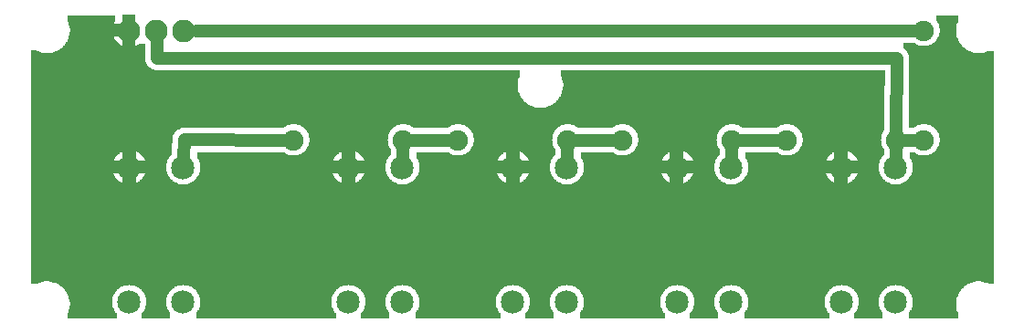
<source format=gbl>
G04 MADE WITH FRITZING*
G04 WWW.FRITZING.ORG*
G04 SINGLE SIDED*
G04 HOLES NOT PLATED*
G04 CONTOUR ON CENTER OF CONTOUR VECTOR*
%ASAXBY*%
%FSLAX23Y23*%
%MOIN*%
%OFA0B0*%
%SFA1.0B1.0*%
%ADD10C,0.075000*%
%ADD11C,0.085000*%
%ADD12C,0.083307*%
%ADD13C,0.048000*%
%LNCOPPER0*%
G90*
G70*
G54D10*
X248Y1094D03*
G54D11*
X2998Y102D03*
X3195Y102D03*
X3195Y594D03*
X2998Y594D03*
X2398Y102D03*
X2595Y102D03*
X2595Y594D03*
X2398Y594D03*
X1798Y102D03*
X1995Y102D03*
X1995Y594D03*
X1798Y594D03*
X1198Y102D03*
X1395Y102D03*
X1395Y594D03*
X1198Y594D03*
X398Y102D03*
X595Y102D03*
X595Y594D03*
X398Y594D03*
G54D10*
X1398Y694D03*
X998Y694D03*
X1998Y694D03*
X1598Y694D03*
X3298Y1094D03*
X3298Y694D03*
X2598Y694D03*
X2198Y694D03*
X3198Y694D03*
X2798Y694D03*
G54D12*
X598Y1094D03*
X498Y1094D03*
X398Y1094D03*
G54D13*
X642Y1094D02*
X3259Y1094D01*
D02*
X3227Y694D02*
X3270Y694D01*
D02*
X3198Y666D02*
X3196Y629D01*
D02*
X2627Y694D02*
X2770Y694D01*
D02*
X2598Y666D02*
X2596Y629D01*
D02*
X2027Y694D02*
X2170Y694D01*
D02*
X1998Y666D02*
X1996Y629D01*
D02*
X1427Y694D02*
X1570Y694D01*
D02*
X1398Y666D02*
X1396Y629D01*
D02*
X599Y695D02*
X597Y629D01*
D02*
X970Y694D02*
X599Y695D01*
D02*
X3199Y993D02*
X3198Y723D01*
D02*
X499Y1051D02*
X500Y993D01*
D02*
X500Y993D02*
X3199Y993D01*
G36*
X174Y1148D02*
X174Y1126D01*
X176Y1126D01*
X176Y1122D01*
X178Y1122D01*
X178Y1114D01*
X180Y1114D01*
X180Y1102D01*
X182Y1102D01*
X182Y1088D01*
X180Y1088D01*
X180Y1076D01*
X178Y1076D01*
X178Y1068D01*
X176Y1068D01*
X176Y1062D01*
X174Y1062D01*
X174Y1058D01*
X172Y1058D01*
X172Y1054D01*
X170Y1054D01*
X170Y1052D01*
X168Y1052D01*
X168Y1048D01*
X166Y1048D01*
X166Y1046D01*
X164Y1046D01*
X164Y1042D01*
X162Y1042D01*
X162Y1040D01*
X160Y1040D01*
X160Y1038D01*
X158Y1038D01*
X158Y1036D01*
X156Y1036D01*
X156Y1034D01*
X384Y1034D01*
X384Y1036D01*
X378Y1036D01*
X378Y1038D01*
X372Y1038D01*
X372Y1040D01*
X368Y1040D01*
X368Y1042D01*
X366Y1042D01*
X366Y1044D01*
X362Y1044D01*
X362Y1046D01*
X360Y1046D01*
X360Y1048D01*
X358Y1048D01*
X358Y1050D01*
X356Y1050D01*
X356Y1052D01*
X354Y1052D01*
X354Y1054D01*
X352Y1054D01*
X352Y1056D01*
X350Y1056D01*
X350Y1058D01*
X348Y1058D01*
X348Y1060D01*
X346Y1060D01*
X346Y1064D01*
X344Y1064D01*
X344Y1068D01*
X342Y1068D01*
X342Y1072D01*
X340Y1072D01*
X340Y1078D01*
X338Y1078D01*
X338Y1090D01*
X336Y1090D01*
X336Y1098D01*
X338Y1098D01*
X338Y1110D01*
X340Y1110D01*
X340Y1118D01*
X342Y1118D01*
X342Y1122D01*
X344Y1122D01*
X344Y1126D01*
X346Y1126D01*
X346Y1128D01*
X348Y1128D01*
X348Y1148D01*
X174Y1148D01*
G37*
D02*
G36*
X3344Y1148D02*
X3344Y1128D01*
X3346Y1128D01*
X3346Y1126D01*
X3348Y1126D01*
X3348Y1122D01*
X3350Y1122D01*
X3350Y1118D01*
X3352Y1118D01*
X3352Y1112D01*
X3354Y1112D01*
X3354Y1104D01*
X3356Y1104D01*
X3356Y1086D01*
X3354Y1086D01*
X3354Y1078D01*
X3352Y1078D01*
X3352Y1072D01*
X3350Y1072D01*
X3350Y1068D01*
X3348Y1068D01*
X3348Y1064D01*
X3346Y1064D01*
X3346Y1062D01*
X3344Y1062D01*
X3344Y1058D01*
X3342Y1058D01*
X3342Y1056D01*
X3340Y1056D01*
X3340Y1054D01*
X3338Y1054D01*
X3338Y1052D01*
X3336Y1052D01*
X3336Y1050D01*
X3332Y1050D01*
X3332Y1048D01*
X3330Y1048D01*
X3330Y1046D01*
X3326Y1046D01*
X3326Y1044D01*
X3324Y1044D01*
X3324Y1042D01*
X3318Y1042D01*
X3318Y1040D01*
X3312Y1040D01*
X3312Y1038D01*
X3438Y1038D01*
X3438Y1040D01*
X3436Y1040D01*
X3436Y1042D01*
X3434Y1042D01*
X3434Y1044D01*
X3432Y1044D01*
X3432Y1046D01*
X3430Y1046D01*
X3430Y1050D01*
X3428Y1050D01*
X3428Y1052D01*
X3426Y1052D01*
X3426Y1056D01*
X3424Y1056D01*
X3424Y1060D01*
X3422Y1060D01*
X3422Y1066D01*
X3420Y1066D01*
X3420Y1070D01*
X3418Y1070D01*
X3418Y1080D01*
X3416Y1080D01*
X3416Y1110D01*
X3418Y1110D01*
X3418Y1118D01*
X3420Y1118D01*
X3420Y1124D01*
X3422Y1124D01*
X3422Y1148D01*
X3344Y1148D01*
G37*
D02*
G36*
X3222Y1050D02*
X3222Y1038D01*
X3286Y1038D01*
X3286Y1040D01*
X3278Y1040D01*
X3278Y1042D01*
X3274Y1042D01*
X3274Y1044D01*
X3270Y1044D01*
X3270Y1046D01*
X3266Y1046D01*
X3266Y1048D01*
X3264Y1048D01*
X3264Y1050D01*
X3222Y1050D01*
G37*
D02*
G36*
X434Y1046D02*
X434Y1044D01*
X432Y1044D01*
X432Y1042D01*
X428Y1042D01*
X428Y1040D01*
X424Y1040D01*
X424Y1038D01*
X420Y1038D01*
X420Y1036D01*
X412Y1036D01*
X412Y1034D01*
X456Y1034D01*
X456Y1046D01*
X434Y1046D01*
G37*
D02*
G36*
X3222Y1038D02*
X3222Y1036D01*
X3438Y1036D01*
X3438Y1038D01*
X3222Y1038D01*
G37*
D02*
G36*
X3222Y1038D02*
X3222Y1036D01*
X3438Y1036D01*
X3438Y1038D01*
X3222Y1038D01*
G37*
D02*
G36*
X3222Y1036D02*
X3222Y1030D01*
X3226Y1030D01*
X3226Y1028D01*
X3228Y1028D01*
X3228Y1026D01*
X3230Y1026D01*
X3230Y1024D01*
X3232Y1024D01*
X3232Y1022D01*
X3234Y1022D01*
X3234Y1020D01*
X3236Y1020D01*
X3236Y1016D01*
X3238Y1016D01*
X3238Y1012D01*
X3486Y1012D01*
X3486Y1014D01*
X3476Y1014D01*
X3476Y1016D01*
X3470Y1016D01*
X3470Y1018D01*
X3464Y1018D01*
X3464Y1020D01*
X3460Y1020D01*
X3460Y1022D01*
X3456Y1022D01*
X3456Y1024D01*
X3454Y1024D01*
X3454Y1026D01*
X3450Y1026D01*
X3450Y1028D01*
X3448Y1028D01*
X3448Y1030D01*
X3446Y1030D01*
X3446Y1032D01*
X3444Y1032D01*
X3444Y1034D01*
X3440Y1034D01*
X3440Y1036D01*
X3222Y1036D01*
G37*
D02*
G36*
X154Y1034D02*
X154Y1032D01*
X456Y1032D01*
X456Y1034D01*
X154Y1034D01*
G37*
D02*
G36*
X154Y1034D02*
X154Y1032D01*
X456Y1032D01*
X456Y1034D01*
X154Y1034D01*
G37*
D02*
G36*
X152Y1032D02*
X152Y1030D01*
X148Y1030D01*
X148Y1028D01*
X146Y1028D01*
X146Y1026D01*
X144Y1026D01*
X144Y1024D01*
X140Y1024D01*
X140Y1022D01*
X136Y1022D01*
X136Y1020D01*
X132Y1020D01*
X132Y1018D01*
X128Y1018D01*
X128Y1016D01*
X120Y1016D01*
X120Y1014D01*
X112Y1014D01*
X112Y1012D01*
X456Y1012D01*
X456Y1032D01*
X152Y1032D01*
G37*
D02*
G36*
X40Y1022D02*
X40Y1012D01*
X86Y1012D01*
X86Y1014D01*
X76Y1014D01*
X76Y1016D01*
X70Y1016D01*
X70Y1018D01*
X64Y1018D01*
X64Y1020D01*
X60Y1020D01*
X60Y1022D01*
X40Y1022D01*
G37*
D02*
G36*
X3532Y1020D02*
X3532Y1018D01*
X3528Y1018D01*
X3528Y1016D01*
X3520Y1016D01*
X3520Y1014D01*
X3512Y1014D01*
X3512Y1012D01*
X3552Y1012D01*
X3552Y1020D01*
X3532Y1020D01*
G37*
D02*
G36*
X40Y1012D02*
X40Y1010D01*
X456Y1010D01*
X456Y1012D01*
X40Y1012D01*
G37*
D02*
G36*
X40Y1012D02*
X40Y1010D01*
X456Y1010D01*
X456Y1012D01*
X40Y1012D01*
G37*
D02*
G36*
X3240Y1012D02*
X3240Y1010D01*
X3552Y1010D01*
X3552Y1012D01*
X3240Y1012D01*
G37*
D02*
G36*
X3240Y1012D02*
X3240Y1010D01*
X3552Y1010D01*
X3552Y1012D01*
X3240Y1012D01*
G37*
D02*
G36*
X40Y1010D02*
X40Y812D01*
X1886Y812D01*
X1886Y814D01*
X1876Y814D01*
X1876Y816D01*
X1870Y816D01*
X1870Y818D01*
X1864Y818D01*
X1864Y820D01*
X1860Y820D01*
X1860Y822D01*
X1856Y822D01*
X1856Y824D01*
X1854Y824D01*
X1854Y826D01*
X1850Y826D01*
X1850Y828D01*
X1848Y828D01*
X1848Y830D01*
X1846Y830D01*
X1846Y832D01*
X1844Y832D01*
X1844Y834D01*
X1840Y834D01*
X1840Y836D01*
X1838Y836D01*
X1838Y840D01*
X1836Y840D01*
X1836Y842D01*
X1834Y842D01*
X1834Y844D01*
X1832Y844D01*
X1832Y846D01*
X1830Y846D01*
X1830Y850D01*
X1828Y850D01*
X1828Y852D01*
X1826Y852D01*
X1826Y856D01*
X1824Y856D01*
X1824Y860D01*
X1822Y860D01*
X1822Y866D01*
X1820Y866D01*
X1820Y870D01*
X1818Y870D01*
X1818Y880D01*
X1816Y880D01*
X1816Y910D01*
X1818Y910D01*
X1818Y918D01*
X1820Y918D01*
X1820Y924D01*
X1822Y924D01*
X1822Y930D01*
X1824Y930D01*
X1824Y950D01*
X490Y950D01*
X490Y952D01*
X482Y952D01*
X482Y954D01*
X480Y954D01*
X480Y956D01*
X476Y956D01*
X476Y958D01*
X472Y958D01*
X472Y960D01*
X470Y960D01*
X470Y962D01*
X468Y962D01*
X468Y964D01*
X466Y964D01*
X466Y966D01*
X464Y966D01*
X464Y970D01*
X462Y970D01*
X462Y974D01*
X460Y974D01*
X460Y978D01*
X458Y978D01*
X458Y984D01*
X456Y984D01*
X456Y1010D01*
X40Y1010D01*
G37*
D02*
G36*
X3240Y1010D02*
X3240Y1006D01*
X3242Y1006D01*
X3242Y998D01*
X3244Y998D01*
X3244Y888D01*
X3242Y888D01*
X3242Y752D01*
X3310Y752D01*
X3310Y750D01*
X3318Y750D01*
X3318Y748D01*
X3322Y748D01*
X3322Y746D01*
X3326Y746D01*
X3326Y744D01*
X3330Y744D01*
X3330Y742D01*
X3332Y742D01*
X3332Y740D01*
X3334Y740D01*
X3334Y738D01*
X3338Y738D01*
X3338Y736D01*
X3340Y736D01*
X3340Y732D01*
X3342Y732D01*
X3342Y730D01*
X3344Y730D01*
X3344Y728D01*
X3346Y728D01*
X3346Y726D01*
X3348Y726D01*
X3348Y722D01*
X3350Y722D01*
X3350Y718D01*
X3352Y718D01*
X3352Y712D01*
X3354Y712D01*
X3354Y704D01*
X3356Y704D01*
X3356Y686D01*
X3354Y686D01*
X3354Y678D01*
X3352Y678D01*
X3352Y672D01*
X3350Y672D01*
X3350Y668D01*
X3348Y668D01*
X3348Y664D01*
X3346Y664D01*
X3346Y662D01*
X3344Y662D01*
X3344Y658D01*
X3342Y658D01*
X3342Y656D01*
X3340Y656D01*
X3340Y654D01*
X3338Y654D01*
X3338Y652D01*
X3336Y652D01*
X3336Y650D01*
X3332Y650D01*
X3332Y648D01*
X3330Y648D01*
X3330Y646D01*
X3326Y646D01*
X3326Y644D01*
X3324Y644D01*
X3324Y642D01*
X3318Y642D01*
X3318Y640D01*
X3312Y640D01*
X3312Y638D01*
X3552Y638D01*
X3552Y1010D01*
X3240Y1010D01*
G37*
D02*
G36*
X1972Y950D02*
X1972Y930D01*
X1974Y930D01*
X1974Y926D01*
X1976Y926D01*
X1976Y922D01*
X1978Y922D01*
X1978Y914D01*
X1980Y914D01*
X1980Y902D01*
X1982Y902D01*
X1982Y888D01*
X1980Y888D01*
X1980Y876D01*
X1978Y876D01*
X1978Y868D01*
X1976Y868D01*
X1976Y862D01*
X1974Y862D01*
X1974Y858D01*
X1972Y858D01*
X1972Y854D01*
X1970Y854D01*
X1970Y852D01*
X1968Y852D01*
X1968Y848D01*
X1966Y848D01*
X1966Y846D01*
X1964Y846D01*
X1964Y842D01*
X1962Y842D01*
X1962Y840D01*
X1960Y840D01*
X1960Y838D01*
X1958Y838D01*
X1958Y836D01*
X1956Y836D01*
X1956Y834D01*
X1954Y834D01*
X1954Y832D01*
X1952Y832D01*
X1952Y830D01*
X1948Y830D01*
X1948Y828D01*
X1946Y828D01*
X1946Y826D01*
X1944Y826D01*
X1944Y824D01*
X1940Y824D01*
X1940Y822D01*
X1936Y822D01*
X1936Y820D01*
X1932Y820D01*
X1932Y818D01*
X1928Y818D01*
X1928Y816D01*
X1920Y816D01*
X1920Y814D01*
X1912Y814D01*
X1912Y812D01*
X3154Y812D01*
X3154Y894D01*
X3156Y894D01*
X3156Y950D01*
X1972Y950D01*
G37*
D02*
G36*
X40Y812D02*
X40Y810D01*
X3154Y810D01*
X3154Y812D01*
X40Y812D01*
G37*
D02*
G36*
X40Y812D02*
X40Y810D01*
X3154Y810D01*
X3154Y812D01*
X40Y812D01*
G37*
D02*
G36*
X40Y810D02*
X40Y752D01*
X2810Y752D01*
X2810Y750D01*
X2818Y750D01*
X2818Y748D01*
X2822Y748D01*
X2822Y746D01*
X2826Y746D01*
X2826Y744D01*
X2830Y744D01*
X2830Y742D01*
X2832Y742D01*
X2832Y740D01*
X2834Y740D01*
X2834Y738D01*
X2838Y738D01*
X2838Y736D01*
X2840Y736D01*
X2840Y732D01*
X2842Y732D01*
X2842Y730D01*
X2844Y730D01*
X2844Y728D01*
X2846Y728D01*
X2846Y726D01*
X2848Y726D01*
X2848Y722D01*
X2850Y722D01*
X2850Y718D01*
X2852Y718D01*
X2852Y712D01*
X2854Y712D01*
X2854Y704D01*
X2856Y704D01*
X2856Y686D01*
X2854Y686D01*
X2854Y678D01*
X2852Y678D01*
X2852Y672D01*
X2850Y672D01*
X2850Y668D01*
X2848Y668D01*
X2848Y664D01*
X2846Y664D01*
X2846Y662D01*
X2844Y662D01*
X2844Y658D01*
X3002Y658D01*
X3002Y656D01*
X3014Y656D01*
X3014Y654D01*
X3020Y654D01*
X3020Y652D01*
X3026Y652D01*
X3026Y650D01*
X3030Y650D01*
X3030Y648D01*
X3032Y648D01*
X3032Y646D01*
X3036Y646D01*
X3036Y644D01*
X3038Y644D01*
X3038Y642D01*
X3040Y642D01*
X3040Y640D01*
X3042Y640D01*
X3042Y638D01*
X3044Y638D01*
X3044Y636D01*
X3046Y636D01*
X3046Y634D01*
X3048Y634D01*
X3048Y632D01*
X3050Y632D01*
X3050Y628D01*
X3052Y628D01*
X3052Y624D01*
X3054Y624D01*
X3054Y622D01*
X3056Y622D01*
X3056Y616D01*
X3058Y616D01*
X3058Y610D01*
X3060Y610D01*
X3060Y580D01*
X3058Y580D01*
X3058Y574D01*
X3056Y574D01*
X3056Y568D01*
X3054Y568D01*
X3054Y564D01*
X3052Y564D01*
X3052Y562D01*
X3050Y562D01*
X3050Y558D01*
X3048Y558D01*
X3048Y556D01*
X3046Y556D01*
X3046Y554D01*
X3044Y554D01*
X3044Y552D01*
X3042Y552D01*
X3042Y550D01*
X3040Y550D01*
X3040Y548D01*
X3038Y548D01*
X3038Y546D01*
X3036Y546D01*
X3036Y544D01*
X3034Y544D01*
X3034Y542D01*
X3030Y542D01*
X3030Y540D01*
X3026Y540D01*
X3026Y538D01*
X3022Y538D01*
X3022Y536D01*
X3016Y536D01*
X3016Y534D01*
X3006Y534D01*
X3006Y532D01*
X3186Y532D01*
X3186Y534D01*
X3178Y534D01*
X3178Y536D01*
X3172Y536D01*
X3172Y538D01*
X3168Y538D01*
X3168Y540D01*
X3164Y540D01*
X3164Y542D01*
X3160Y542D01*
X3160Y544D01*
X3158Y544D01*
X3158Y546D01*
X3156Y546D01*
X3156Y548D01*
X3152Y548D01*
X3152Y550D01*
X3150Y550D01*
X3150Y552D01*
X3148Y552D01*
X3148Y556D01*
X3146Y556D01*
X3146Y558D01*
X3144Y558D01*
X3144Y560D01*
X3142Y560D01*
X3142Y564D01*
X3140Y564D01*
X3140Y568D01*
X3138Y568D01*
X3138Y572D01*
X3136Y572D01*
X3136Y578D01*
X3134Y578D01*
X3134Y590D01*
X3132Y590D01*
X3132Y598D01*
X3134Y598D01*
X3134Y610D01*
X3136Y610D01*
X3136Y618D01*
X3138Y618D01*
X3138Y622D01*
X3140Y622D01*
X3140Y626D01*
X3142Y626D01*
X3142Y628D01*
X3144Y628D01*
X3144Y632D01*
X3146Y632D01*
X3146Y634D01*
X3148Y634D01*
X3148Y636D01*
X3150Y636D01*
X3150Y638D01*
X3152Y638D01*
X3152Y662D01*
X3150Y662D01*
X3150Y666D01*
X3148Y666D01*
X3148Y670D01*
X3146Y670D01*
X3146Y674D01*
X3144Y674D01*
X3144Y680D01*
X3142Y680D01*
X3142Y694D01*
X3140Y694D01*
X3140Y696D01*
X3142Y696D01*
X3142Y710D01*
X3144Y710D01*
X3144Y716D01*
X3146Y716D01*
X3146Y720D01*
X3148Y720D01*
X3148Y724D01*
X3150Y724D01*
X3150Y728D01*
X3152Y728D01*
X3152Y730D01*
X3154Y730D01*
X3154Y810D01*
X40Y810D01*
G37*
D02*
G36*
X40Y752D02*
X40Y658D01*
X402Y658D01*
X402Y656D01*
X414Y656D01*
X414Y654D01*
X420Y654D01*
X420Y652D01*
X426Y652D01*
X426Y650D01*
X430Y650D01*
X430Y648D01*
X432Y648D01*
X432Y646D01*
X436Y646D01*
X436Y644D01*
X438Y644D01*
X438Y642D01*
X440Y642D01*
X440Y640D01*
X442Y640D01*
X442Y638D01*
X444Y638D01*
X444Y636D01*
X446Y636D01*
X446Y634D01*
X448Y634D01*
X448Y632D01*
X450Y632D01*
X450Y628D01*
X452Y628D01*
X452Y624D01*
X454Y624D01*
X454Y622D01*
X456Y622D01*
X456Y616D01*
X458Y616D01*
X458Y610D01*
X460Y610D01*
X460Y580D01*
X458Y580D01*
X458Y574D01*
X456Y574D01*
X456Y568D01*
X454Y568D01*
X454Y564D01*
X452Y564D01*
X452Y562D01*
X450Y562D01*
X450Y558D01*
X448Y558D01*
X448Y556D01*
X446Y556D01*
X446Y554D01*
X444Y554D01*
X444Y552D01*
X442Y552D01*
X442Y550D01*
X440Y550D01*
X440Y548D01*
X438Y548D01*
X438Y546D01*
X436Y546D01*
X436Y544D01*
X434Y544D01*
X434Y542D01*
X430Y542D01*
X430Y540D01*
X426Y540D01*
X426Y538D01*
X422Y538D01*
X422Y536D01*
X416Y536D01*
X416Y534D01*
X406Y534D01*
X406Y532D01*
X586Y532D01*
X586Y534D01*
X578Y534D01*
X578Y536D01*
X572Y536D01*
X572Y538D01*
X568Y538D01*
X568Y540D01*
X564Y540D01*
X564Y542D01*
X560Y542D01*
X560Y544D01*
X558Y544D01*
X558Y546D01*
X556Y546D01*
X556Y548D01*
X552Y548D01*
X552Y550D01*
X550Y550D01*
X550Y552D01*
X548Y552D01*
X548Y556D01*
X546Y556D01*
X546Y558D01*
X544Y558D01*
X544Y560D01*
X542Y560D01*
X542Y564D01*
X540Y564D01*
X540Y568D01*
X538Y568D01*
X538Y572D01*
X536Y572D01*
X536Y578D01*
X534Y578D01*
X534Y590D01*
X532Y590D01*
X532Y598D01*
X534Y598D01*
X534Y610D01*
X536Y610D01*
X536Y618D01*
X538Y618D01*
X538Y622D01*
X540Y622D01*
X540Y626D01*
X542Y626D01*
X542Y628D01*
X544Y628D01*
X544Y632D01*
X546Y632D01*
X546Y634D01*
X548Y634D01*
X548Y636D01*
X550Y636D01*
X550Y638D01*
X552Y638D01*
X552Y640D01*
X554Y640D01*
X554Y684D01*
X556Y684D01*
X556Y706D01*
X558Y706D01*
X558Y712D01*
X560Y712D01*
X560Y716D01*
X562Y716D01*
X562Y720D01*
X564Y720D01*
X564Y722D01*
X566Y722D01*
X566Y724D01*
X568Y724D01*
X568Y726D01*
X570Y726D01*
X570Y728D01*
X572Y728D01*
X572Y730D01*
X574Y730D01*
X574Y732D01*
X578Y732D01*
X578Y734D01*
X582Y734D01*
X582Y736D01*
X588Y736D01*
X588Y738D01*
X962Y738D01*
X962Y740D01*
X964Y740D01*
X964Y742D01*
X968Y742D01*
X968Y744D01*
X970Y744D01*
X970Y746D01*
X974Y746D01*
X974Y748D01*
X980Y748D01*
X980Y750D01*
X988Y750D01*
X988Y752D01*
X40Y752D01*
G37*
D02*
G36*
X1010Y752D02*
X1010Y750D01*
X1018Y750D01*
X1018Y748D01*
X1022Y748D01*
X1022Y746D01*
X1026Y746D01*
X1026Y744D01*
X1030Y744D01*
X1030Y742D01*
X1032Y742D01*
X1032Y740D01*
X1034Y740D01*
X1034Y738D01*
X1038Y738D01*
X1038Y736D01*
X1040Y736D01*
X1040Y732D01*
X1042Y732D01*
X1042Y730D01*
X1044Y730D01*
X1044Y728D01*
X1046Y728D01*
X1046Y726D01*
X1048Y726D01*
X1048Y722D01*
X1050Y722D01*
X1050Y718D01*
X1052Y718D01*
X1052Y712D01*
X1054Y712D01*
X1054Y704D01*
X1056Y704D01*
X1056Y686D01*
X1054Y686D01*
X1054Y678D01*
X1052Y678D01*
X1052Y672D01*
X1050Y672D01*
X1050Y668D01*
X1048Y668D01*
X1048Y664D01*
X1046Y664D01*
X1046Y662D01*
X1044Y662D01*
X1044Y658D01*
X1202Y658D01*
X1202Y656D01*
X1214Y656D01*
X1214Y654D01*
X1220Y654D01*
X1220Y652D01*
X1226Y652D01*
X1226Y650D01*
X1230Y650D01*
X1230Y648D01*
X1232Y648D01*
X1232Y646D01*
X1236Y646D01*
X1236Y644D01*
X1238Y644D01*
X1238Y642D01*
X1240Y642D01*
X1240Y640D01*
X1242Y640D01*
X1242Y638D01*
X1244Y638D01*
X1244Y636D01*
X1246Y636D01*
X1246Y634D01*
X1248Y634D01*
X1248Y632D01*
X1250Y632D01*
X1250Y628D01*
X1252Y628D01*
X1252Y624D01*
X1254Y624D01*
X1254Y622D01*
X1256Y622D01*
X1256Y616D01*
X1258Y616D01*
X1258Y610D01*
X1260Y610D01*
X1260Y580D01*
X1258Y580D01*
X1258Y574D01*
X1256Y574D01*
X1256Y568D01*
X1254Y568D01*
X1254Y564D01*
X1252Y564D01*
X1252Y562D01*
X1250Y562D01*
X1250Y558D01*
X1248Y558D01*
X1248Y556D01*
X1246Y556D01*
X1246Y554D01*
X1244Y554D01*
X1244Y552D01*
X1242Y552D01*
X1242Y550D01*
X1240Y550D01*
X1240Y548D01*
X1238Y548D01*
X1238Y546D01*
X1236Y546D01*
X1236Y544D01*
X1234Y544D01*
X1234Y542D01*
X1230Y542D01*
X1230Y540D01*
X1226Y540D01*
X1226Y538D01*
X1222Y538D01*
X1222Y536D01*
X1216Y536D01*
X1216Y534D01*
X1206Y534D01*
X1206Y532D01*
X1386Y532D01*
X1386Y534D01*
X1378Y534D01*
X1378Y536D01*
X1372Y536D01*
X1372Y538D01*
X1368Y538D01*
X1368Y540D01*
X1364Y540D01*
X1364Y542D01*
X1360Y542D01*
X1360Y544D01*
X1358Y544D01*
X1358Y546D01*
X1356Y546D01*
X1356Y548D01*
X1352Y548D01*
X1352Y550D01*
X1350Y550D01*
X1350Y552D01*
X1348Y552D01*
X1348Y556D01*
X1346Y556D01*
X1346Y558D01*
X1344Y558D01*
X1344Y560D01*
X1342Y560D01*
X1342Y564D01*
X1340Y564D01*
X1340Y568D01*
X1338Y568D01*
X1338Y572D01*
X1336Y572D01*
X1336Y578D01*
X1334Y578D01*
X1334Y590D01*
X1332Y590D01*
X1332Y598D01*
X1334Y598D01*
X1334Y610D01*
X1336Y610D01*
X1336Y618D01*
X1338Y618D01*
X1338Y622D01*
X1340Y622D01*
X1340Y626D01*
X1342Y626D01*
X1342Y628D01*
X1344Y628D01*
X1344Y632D01*
X1346Y632D01*
X1346Y634D01*
X1348Y634D01*
X1348Y636D01*
X1350Y636D01*
X1350Y638D01*
X1352Y638D01*
X1352Y662D01*
X1350Y662D01*
X1350Y666D01*
X1348Y666D01*
X1348Y670D01*
X1346Y670D01*
X1346Y674D01*
X1344Y674D01*
X1344Y680D01*
X1342Y680D01*
X1342Y694D01*
X1340Y694D01*
X1340Y696D01*
X1342Y696D01*
X1342Y710D01*
X1344Y710D01*
X1344Y716D01*
X1346Y716D01*
X1346Y720D01*
X1348Y720D01*
X1348Y724D01*
X1350Y724D01*
X1350Y728D01*
X1352Y728D01*
X1352Y730D01*
X1354Y730D01*
X1354Y732D01*
X1356Y732D01*
X1356Y734D01*
X1358Y734D01*
X1358Y736D01*
X1360Y736D01*
X1360Y738D01*
X1362Y738D01*
X1362Y740D01*
X1364Y740D01*
X1364Y742D01*
X1368Y742D01*
X1368Y744D01*
X1370Y744D01*
X1370Y746D01*
X1374Y746D01*
X1374Y748D01*
X1380Y748D01*
X1380Y750D01*
X1388Y750D01*
X1388Y752D01*
X1010Y752D01*
G37*
D02*
G36*
X1410Y752D02*
X1410Y750D01*
X1418Y750D01*
X1418Y748D01*
X1422Y748D01*
X1422Y746D01*
X1426Y746D01*
X1426Y744D01*
X1430Y744D01*
X1430Y742D01*
X1432Y742D01*
X1432Y740D01*
X1434Y740D01*
X1434Y738D01*
X1562Y738D01*
X1562Y740D01*
X1564Y740D01*
X1564Y742D01*
X1568Y742D01*
X1568Y744D01*
X1570Y744D01*
X1570Y746D01*
X1574Y746D01*
X1574Y748D01*
X1580Y748D01*
X1580Y750D01*
X1588Y750D01*
X1588Y752D01*
X1410Y752D01*
G37*
D02*
G36*
X1610Y752D02*
X1610Y750D01*
X1618Y750D01*
X1618Y748D01*
X1622Y748D01*
X1622Y746D01*
X1626Y746D01*
X1626Y744D01*
X1630Y744D01*
X1630Y742D01*
X1632Y742D01*
X1632Y740D01*
X1634Y740D01*
X1634Y738D01*
X1638Y738D01*
X1638Y736D01*
X1640Y736D01*
X1640Y732D01*
X1642Y732D01*
X1642Y730D01*
X1644Y730D01*
X1644Y728D01*
X1646Y728D01*
X1646Y726D01*
X1648Y726D01*
X1648Y722D01*
X1650Y722D01*
X1650Y718D01*
X1652Y718D01*
X1652Y712D01*
X1654Y712D01*
X1654Y704D01*
X1656Y704D01*
X1656Y686D01*
X1654Y686D01*
X1654Y678D01*
X1652Y678D01*
X1652Y672D01*
X1650Y672D01*
X1650Y668D01*
X1648Y668D01*
X1648Y664D01*
X1646Y664D01*
X1646Y662D01*
X1644Y662D01*
X1644Y658D01*
X1802Y658D01*
X1802Y656D01*
X1814Y656D01*
X1814Y654D01*
X1820Y654D01*
X1820Y652D01*
X1826Y652D01*
X1826Y650D01*
X1830Y650D01*
X1830Y648D01*
X1832Y648D01*
X1832Y646D01*
X1836Y646D01*
X1836Y644D01*
X1838Y644D01*
X1838Y642D01*
X1840Y642D01*
X1840Y640D01*
X1842Y640D01*
X1842Y638D01*
X1844Y638D01*
X1844Y636D01*
X1846Y636D01*
X1846Y634D01*
X1848Y634D01*
X1848Y632D01*
X1850Y632D01*
X1850Y628D01*
X1852Y628D01*
X1852Y624D01*
X1854Y624D01*
X1854Y622D01*
X1856Y622D01*
X1856Y616D01*
X1858Y616D01*
X1858Y610D01*
X1860Y610D01*
X1860Y580D01*
X1858Y580D01*
X1858Y574D01*
X1856Y574D01*
X1856Y568D01*
X1854Y568D01*
X1854Y564D01*
X1852Y564D01*
X1852Y562D01*
X1850Y562D01*
X1850Y558D01*
X1848Y558D01*
X1848Y556D01*
X1846Y556D01*
X1846Y554D01*
X1844Y554D01*
X1844Y552D01*
X1842Y552D01*
X1842Y550D01*
X1840Y550D01*
X1840Y548D01*
X1838Y548D01*
X1838Y546D01*
X1836Y546D01*
X1836Y544D01*
X1834Y544D01*
X1834Y542D01*
X1830Y542D01*
X1830Y540D01*
X1826Y540D01*
X1826Y538D01*
X1822Y538D01*
X1822Y536D01*
X1816Y536D01*
X1816Y534D01*
X1806Y534D01*
X1806Y532D01*
X1986Y532D01*
X1986Y534D01*
X1978Y534D01*
X1978Y536D01*
X1972Y536D01*
X1972Y538D01*
X1968Y538D01*
X1968Y540D01*
X1964Y540D01*
X1964Y542D01*
X1960Y542D01*
X1960Y544D01*
X1958Y544D01*
X1958Y546D01*
X1956Y546D01*
X1956Y548D01*
X1952Y548D01*
X1952Y550D01*
X1950Y550D01*
X1950Y552D01*
X1948Y552D01*
X1948Y556D01*
X1946Y556D01*
X1946Y558D01*
X1944Y558D01*
X1944Y560D01*
X1942Y560D01*
X1942Y564D01*
X1940Y564D01*
X1940Y568D01*
X1938Y568D01*
X1938Y572D01*
X1936Y572D01*
X1936Y578D01*
X1934Y578D01*
X1934Y590D01*
X1932Y590D01*
X1932Y598D01*
X1934Y598D01*
X1934Y610D01*
X1936Y610D01*
X1936Y618D01*
X1938Y618D01*
X1938Y622D01*
X1940Y622D01*
X1940Y626D01*
X1942Y626D01*
X1942Y628D01*
X1944Y628D01*
X1944Y632D01*
X1946Y632D01*
X1946Y634D01*
X1948Y634D01*
X1948Y636D01*
X1950Y636D01*
X1950Y638D01*
X1952Y638D01*
X1952Y662D01*
X1950Y662D01*
X1950Y666D01*
X1948Y666D01*
X1948Y670D01*
X1946Y670D01*
X1946Y674D01*
X1944Y674D01*
X1944Y680D01*
X1942Y680D01*
X1942Y694D01*
X1940Y694D01*
X1940Y696D01*
X1942Y696D01*
X1942Y710D01*
X1944Y710D01*
X1944Y716D01*
X1946Y716D01*
X1946Y720D01*
X1948Y720D01*
X1948Y724D01*
X1950Y724D01*
X1950Y728D01*
X1952Y728D01*
X1952Y730D01*
X1954Y730D01*
X1954Y732D01*
X1956Y732D01*
X1956Y734D01*
X1958Y734D01*
X1958Y736D01*
X1960Y736D01*
X1960Y738D01*
X1962Y738D01*
X1962Y740D01*
X1964Y740D01*
X1964Y742D01*
X1968Y742D01*
X1968Y744D01*
X1970Y744D01*
X1970Y746D01*
X1974Y746D01*
X1974Y748D01*
X1980Y748D01*
X1980Y750D01*
X1988Y750D01*
X1988Y752D01*
X1610Y752D01*
G37*
D02*
G36*
X2010Y752D02*
X2010Y750D01*
X2018Y750D01*
X2018Y748D01*
X2022Y748D01*
X2022Y746D01*
X2026Y746D01*
X2026Y744D01*
X2030Y744D01*
X2030Y742D01*
X2032Y742D01*
X2032Y740D01*
X2034Y740D01*
X2034Y738D01*
X2162Y738D01*
X2162Y740D01*
X2164Y740D01*
X2164Y742D01*
X2168Y742D01*
X2168Y744D01*
X2170Y744D01*
X2170Y746D01*
X2174Y746D01*
X2174Y748D01*
X2180Y748D01*
X2180Y750D01*
X2188Y750D01*
X2188Y752D01*
X2010Y752D01*
G37*
D02*
G36*
X2210Y752D02*
X2210Y750D01*
X2218Y750D01*
X2218Y748D01*
X2222Y748D01*
X2222Y746D01*
X2226Y746D01*
X2226Y744D01*
X2230Y744D01*
X2230Y742D01*
X2232Y742D01*
X2232Y740D01*
X2234Y740D01*
X2234Y738D01*
X2238Y738D01*
X2238Y736D01*
X2240Y736D01*
X2240Y732D01*
X2242Y732D01*
X2242Y730D01*
X2244Y730D01*
X2244Y728D01*
X2246Y728D01*
X2246Y726D01*
X2248Y726D01*
X2248Y722D01*
X2250Y722D01*
X2250Y718D01*
X2252Y718D01*
X2252Y712D01*
X2254Y712D01*
X2254Y704D01*
X2256Y704D01*
X2256Y686D01*
X2254Y686D01*
X2254Y678D01*
X2252Y678D01*
X2252Y672D01*
X2250Y672D01*
X2250Y668D01*
X2248Y668D01*
X2248Y664D01*
X2246Y664D01*
X2246Y662D01*
X2244Y662D01*
X2244Y658D01*
X2402Y658D01*
X2402Y656D01*
X2414Y656D01*
X2414Y654D01*
X2420Y654D01*
X2420Y652D01*
X2426Y652D01*
X2426Y650D01*
X2430Y650D01*
X2430Y648D01*
X2432Y648D01*
X2432Y646D01*
X2436Y646D01*
X2436Y644D01*
X2438Y644D01*
X2438Y642D01*
X2440Y642D01*
X2440Y640D01*
X2442Y640D01*
X2442Y638D01*
X2444Y638D01*
X2444Y636D01*
X2446Y636D01*
X2446Y634D01*
X2448Y634D01*
X2448Y632D01*
X2450Y632D01*
X2450Y628D01*
X2452Y628D01*
X2452Y624D01*
X2454Y624D01*
X2454Y622D01*
X2456Y622D01*
X2456Y616D01*
X2458Y616D01*
X2458Y610D01*
X2460Y610D01*
X2460Y580D01*
X2458Y580D01*
X2458Y574D01*
X2456Y574D01*
X2456Y568D01*
X2454Y568D01*
X2454Y564D01*
X2452Y564D01*
X2452Y562D01*
X2450Y562D01*
X2450Y558D01*
X2448Y558D01*
X2448Y556D01*
X2446Y556D01*
X2446Y554D01*
X2444Y554D01*
X2444Y552D01*
X2442Y552D01*
X2442Y550D01*
X2440Y550D01*
X2440Y548D01*
X2438Y548D01*
X2438Y546D01*
X2436Y546D01*
X2436Y544D01*
X2434Y544D01*
X2434Y542D01*
X2430Y542D01*
X2430Y540D01*
X2426Y540D01*
X2426Y538D01*
X2422Y538D01*
X2422Y536D01*
X2416Y536D01*
X2416Y534D01*
X2406Y534D01*
X2406Y532D01*
X2586Y532D01*
X2586Y534D01*
X2578Y534D01*
X2578Y536D01*
X2572Y536D01*
X2572Y538D01*
X2568Y538D01*
X2568Y540D01*
X2564Y540D01*
X2564Y542D01*
X2560Y542D01*
X2560Y544D01*
X2558Y544D01*
X2558Y546D01*
X2556Y546D01*
X2556Y548D01*
X2552Y548D01*
X2552Y550D01*
X2550Y550D01*
X2550Y552D01*
X2548Y552D01*
X2548Y556D01*
X2546Y556D01*
X2546Y558D01*
X2544Y558D01*
X2544Y560D01*
X2542Y560D01*
X2542Y564D01*
X2540Y564D01*
X2540Y568D01*
X2538Y568D01*
X2538Y572D01*
X2536Y572D01*
X2536Y578D01*
X2534Y578D01*
X2534Y590D01*
X2532Y590D01*
X2532Y598D01*
X2534Y598D01*
X2534Y610D01*
X2536Y610D01*
X2536Y618D01*
X2538Y618D01*
X2538Y622D01*
X2540Y622D01*
X2540Y626D01*
X2542Y626D01*
X2542Y628D01*
X2544Y628D01*
X2544Y632D01*
X2546Y632D01*
X2546Y634D01*
X2548Y634D01*
X2548Y636D01*
X2550Y636D01*
X2550Y638D01*
X2552Y638D01*
X2552Y662D01*
X2550Y662D01*
X2550Y666D01*
X2548Y666D01*
X2548Y670D01*
X2546Y670D01*
X2546Y674D01*
X2544Y674D01*
X2544Y680D01*
X2542Y680D01*
X2542Y694D01*
X2540Y694D01*
X2540Y696D01*
X2542Y696D01*
X2542Y710D01*
X2544Y710D01*
X2544Y716D01*
X2546Y716D01*
X2546Y720D01*
X2548Y720D01*
X2548Y724D01*
X2550Y724D01*
X2550Y728D01*
X2552Y728D01*
X2552Y730D01*
X2554Y730D01*
X2554Y732D01*
X2556Y732D01*
X2556Y734D01*
X2558Y734D01*
X2558Y736D01*
X2560Y736D01*
X2560Y738D01*
X2562Y738D01*
X2562Y740D01*
X2564Y740D01*
X2564Y742D01*
X2568Y742D01*
X2568Y744D01*
X2570Y744D01*
X2570Y746D01*
X2574Y746D01*
X2574Y748D01*
X2580Y748D01*
X2580Y750D01*
X2588Y750D01*
X2588Y752D01*
X2210Y752D01*
G37*
D02*
G36*
X2610Y752D02*
X2610Y750D01*
X2618Y750D01*
X2618Y748D01*
X2622Y748D01*
X2622Y746D01*
X2626Y746D01*
X2626Y744D01*
X2630Y744D01*
X2630Y742D01*
X2632Y742D01*
X2632Y740D01*
X2634Y740D01*
X2634Y738D01*
X2762Y738D01*
X2762Y740D01*
X2764Y740D01*
X2764Y742D01*
X2768Y742D01*
X2768Y744D01*
X2770Y744D01*
X2770Y746D01*
X2774Y746D01*
X2774Y748D01*
X2780Y748D01*
X2780Y750D01*
X2788Y750D01*
X2788Y752D01*
X2610Y752D01*
G37*
D02*
G36*
X3242Y752D02*
X3242Y738D01*
X3262Y738D01*
X3262Y740D01*
X3264Y740D01*
X3264Y742D01*
X3268Y742D01*
X3268Y744D01*
X3270Y744D01*
X3270Y746D01*
X3274Y746D01*
X3274Y748D01*
X3280Y748D01*
X3280Y750D01*
X3288Y750D01*
X3288Y752D01*
X3242Y752D01*
G37*
D02*
G36*
X40Y658D02*
X40Y532D01*
X390Y532D01*
X390Y534D01*
X380Y534D01*
X380Y536D01*
X374Y536D01*
X374Y538D01*
X370Y538D01*
X370Y540D01*
X366Y540D01*
X366Y542D01*
X364Y542D01*
X364Y544D01*
X360Y544D01*
X360Y546D01*
X358Y546D01*
X358Y548D01*
X356Y548D01*
X356Y550D01*
X354Y550D01*
X354Y552D01*
X352Y552D01*
X352Y554D01*
X350Y554D01*
X350Y556D01*
X348Y556D01*
X348Y560D01*
X346Y560D01*
X346Y562D01*
X344Y562D01*
X344Y566D01*
X342Y566D01*
X342Y570D01*
X340Y570D01*
X340Y576D01*
X338Y576D01*
X338Y584D01*
X336Y584D01*
X336Y606D01*
X338Y606D01*
X338Y614D01*
X340Y614D01*
X340Y620D01*
X342Y620D01*
X342Y624D01*
X344Y624D01*
X344Y626D01*
X346Y626D01*
X346Y630D01*
X348Y630D01*
X348Y632D01*
X350Y632D01*
X350Y636D01*
X352Y636D01*
X352Y638D01*
X354Y638D01*
X354Y640D01*
X356Y640D01*
X356Y642D01*
X358Y642D01*
X358Y644D01*
X362Y644D01*
X362Y646D01*
X364Y646D01*
X364Y648D01*
X368Y648D01*
X368Y650D01*
X372Y650D01*
X372Y652D01*
X376Y652D01*
X376Y654D01*
X382Y654D01*
X382Y656D01*
X394Y656D01*
X394Y658D01*
X40Y658D01*
G37*
D02*
G36*
X1042Y658D02*
X1042Y656D01*
X1040Y656D01*
X1040Y654D01*
X1038Y654D01*
X1038Y652D01*
X1036Y652D01*
X1036Y650D01*
X1032Y650D01*
X1032Y648D01*
X1030Y648D01*
X1030Y646D01*
X1026Y646D01*
X1026Y644D01*
X1024Y644D01*
X1024Y642D01*
X1018Y642D01*
X1018Y640D01*
X1012Y640D01*
X1012Y638D01*
X1154Y638D01*
X1154Y640D01*
X1156Y640D01*
X1156Y642D01*
X1158Y642D01*
X1158Y644D01*
X1162Y644D01*
X1162Y646D01*
X1164Y646D01*
X1164Y648D01*
X1168Y648D01*
X1168Y650D01*
X1172Y650D01*
X1172Y652D01*
X1176Y652D01*
X1176Y654D01*
X1182Y654D01*
X1182Y656D01*
X1194Y656D01*
X1194Y658D01*
X1042Y658D01*
G37*
D02*
G36*
X1642Y658D02*
X1642Y656D01*
X1640Y656D01*
X1640Y654D01*
X1638Y654D01*
X1638Y652D01*
X1636Y652D01*
X1636Y650D01*
X1632Y650D01*
X1632Y648D01*
X1630Y648D01*
X1630Y646D01*
X1626Y646D01*
X1626Y644D01*
X1624Y644D01*
X1624Y642D01*
X1618Y642D01*
X1618Y640D01*
X1612Y640D01*
X1612Y638D01*
X1754Y638D01*
X1754Y640D01*
X1756Y640D01*
X1756Y642D01*
X1758Y642D01*
X1758Y644D01*
X1762Y644D01*
X1762Y646D01*
X1764Y646D01*
X1764Y648D01*
X1768Y648D01*
X1768Y650D01*
X1772Y650D01*
X1772Y652D01*
X1776Y652D01*
X1776Y654D01*
X1782Y654D01*
X1782Y656D01*
X1794Y656D01*
X1794Y658D01*
X1642Y658D01*
G37*
D02*
G36*
X2242Y658D02*
X2242Y656D01*
X2240Y656D01*
X2240Y654D01*
X2238Y654D01*
X2238Y652D01*
X2236Y652D01*
X2236Y650D01*
X2232Y650D01*
X2232Y648D01*
X2230Y648D01*
X2230Y646D01*
X2226Y646D01*
X2226Y644D01*
X2224Y644D01*
X2224Y642D01*
X2218Y642D01*
X2218Y640D01*
X2212Y640D01*
X2212Y638D01*
X2354Y638D01*
X2354Y640D01*
X2356Y640D01*
X2356Y642D01*
X2358Y642D01*
X2358Y644D01*
X2362Y644D01*
X2362Y646D01*
X2364Y646D01*
X2364Y648D01*
X2368Y648D01*
X2368Y650D01*
X2372Y650D01*
X2372Y652D01*
X2376Y652D01*
X2376Y654D01*
X2382Y654D01*
X2382Y656D01*
X2394Y656D01*
X2394Y658D01*
X2242Y658D01*
G37*
D02*
G36*
X2842Y658D02*
X2842Y656D01*
X2840Y656D01*
X2840Y654D01*
X2838Y654D01*
X2838Y652D01*
X2836Y652D01*
X2836Y650D01*
X2832Y650D01*
X2832Y648D01*
X2830Y648D01*
X2830Y646D01*
X2826Y646D01*
X2826Y644D01*
X2824Y644D01*
X2824Y642D01*
X2818Y642D01*
X2818Y640D01*
X2812Y640D01*
X2812Y638D01*
X2954Y638D01*
X2954Y640D01*
X2956Y640D01*
X2956Y642D01*
X2958Y642D01*
X2958Y644D01*
X2962Y644D01*
X2962Y646D01*
X2964Y646D01*
X2964Y648D01*
X2968Y648D01*
X2968Y650D01*
X2972Y650D01*
X2972Y652D01*
X2976Y652D01*
X2976Y654D01*
X2982Y654D01*
X2982Y656D01*
X2994Y656D01*
X2994Y658D01*
X2842Y658D01*
G37*
D02*
G36*
X646Y650D02*
X646Y638D01*
X986Y638D01*
X986Y640D01*
X978Y640D01*
X978Y642D01*
X974Y642D01*
X974Y644D01*
X970Y644D01*
X970Y646D01*
X966Y646D01*
X966Y648D01*
X964Y648D01*
X964Y650D01*
X646Y650D01*
G37*
D02*
G36*
X1446Y650D02*
X1446Y638D01*
X1586Y638D01*
X1586Y640D01*
X1578Y640D01*
X1578Y642D01*
X1574Y642D01*
X1574Y644D01*
X1570Y644D01*
X1570Y646D01*
X1566Y646D01*
X1566Y648D01*
X1564Y648D01*
X1564Y650D01*
X1446Y650D01*
G37*
D02*
G36*
X2046Y650D02*
X2046Y638D01*
X2186Y638D01*
X2186Y640D01*
X2178Y640D01*
X2178Y642D01*
X2174Y642D01*
X2174Y644D01*
X2170Y644D01*
X2170Y646D01*
X2166Y646D01*
X2166Y648D01*
X2164Y648D01*
X2164Y650D01*
X2046Y650D01*
G37*
D02*
G36*
X2646Y650D02*
X2646Y638D01*
X2786Y638D01*
X2786Y640D01*
X2778Y640D01*
X2778Y642D01*
X2774Y642D01*
X2774Y644D01*
X2770Y644D01*
X2770Y646D01*
X2766Y646D01*
X2766Y648D01*
X2764Y648D01*
X2764Y650D01*
X2646Y650D01*
G37*
D02*
G36*
X3246Y648D02*
X3246Y638D01*
X3286Y638D01*
X3286Y640D01*
X3278Y640D01*
X3278Y642D01*
X3274Y642D01*
X3274Y644D01*
X3270Y644D01*
X3270Y646D01*
X3266Y646D01*
X3266Y648D01*
X3246Y648D01*
G37*
D02*
G36*
X646Y638D02*
X646Y636D01*
X1152Y636D01*
X1152Y638D01*
X646Y638D01*
G37*
D02*
G36*
X646Y638D02*
X646Y636D01*
X1152Y636D01*
X1152Y638D01*
X646Y638D01*
G37*
D02*
G36*
X1446Y638D02*
X1446Y636D01*
X1752Y636D01*
X1752Y638D01*
X1446Y638D01*
G37*
D02*
G36*
X1446Y638D02*
X1446Y636D01*
X1752Y636D01*
X1752Y638D01*
X1446Y638D01*
G37*
D02*
G36*
X2046Y638D02*
X2046Y636D01*
X2352Y636D01*
X2352Y638D01*
X2046Y638D01*
G37*
D02*
G36*
X2046Y638D02*
X2046Y636D01*
X2352Y636D01*
X2352Y638D01*
X2046Y638D01*
G37*
D02*
G36*
X2646Y638D02*
X2646Y636D01*
X2952Y636D01*
X2952Y638D01*
X2646Y638D01*
G37*
D02*
G36*
X2646Y638D02*
X2646Y636D01*
X2952Y636D01*
X2952Y638D01*
X2646Y638D01*
G37*
D02*
G36*
X3246Y638D02*
X3246Y636D01*
X3552Y636D01*
X3552Y638D01*
X3246Y638D01*
G37*
D02*
G36*
X3246Y638D02*
X3246Y636D01*
X3552Y636D01*
X3552Y638D01*
X3246Y638D01*
G37*
D02*
G36*
X646Y636D02*
X646Y630D01*
X648Y630D01*
X648Y626D01*
X650Y626D01*
X650Y622D01*
X652Y622D01*
X652Y618D01*
X654Y618D01*
X654Y612D01*
X656Y612D01*
X656Y604D01*
X658Y604D01*
X658Y586D01*
X656Y586D01*
X656Y576D01*
X654Y576D01*
X654Y570D01*
X652Y570D01*
X652Y566D01*
X650Y566D01*
X650Y564D01*
X648Y564D01*
X648Y560D01*
X646Y560D01*
X646Y558D01*
X644Y558D01*
X644Y554D01*
X642Y554D01*
X642Y552D01*
X640Y552D01*
X640Y550D01*
X638Y550D01*
X638Y548D01*
X636Y548D01*
X636Y546D01*
X632Y546D01*
X632Y544D01*
X630Y544D01*
X630Y542D01*
X626Y542D01*
X626Y540D01*
X624Y540D01*
X624Y538D01*
X620Y538D01*
X620Y536D01*
X614Y536D01*
X614Y534D01*
X604Y534D01*
X604Y532D01*
X1190Y532D01*
X1190Y534D01*
X1180Y534D01*
X1180Y536D01*
X1174Y536D01*
X1174Y538D01*
X1170Y538D01*
X1170Y540D01*
X1166Y540D01*
X1166Y542D01*
X1164Y542D01*
X1164Y544D01*
X1160Y544D01*
X1160Y546D01*
X1158Y546D01*
X1158Y548D01*
X1156Y548D01*
X1156Y550D01*
X1154Y550D01*
X1154Y552D01*
X1152Y552D01*
X1152Y554D01*
X1150Y554D01*
X1150Y556D01*
X1148Y556D01*
X1148Y560D01*
X1146Y560D01*
X1146Y562D01*
X1144Y562D01*
X1144Y566D01*
X1142Y566D01*
X1142Y570D01*
X1140Y570D01*
X1140Y576D01*
X1138Y576D01*
X1138Y584D01*
X1136Y584D01*
X1136Y606D01*
X1138Y606D01*
X1138Y614D01*
X1140Y614D01*
X1140Y620D01*
X1142Y620D01*
X1142Y624D01*
X1144Y624D01*
X1144Y626D01*
X1146Y626D01*
X1146Y630D01*
X1148Y630D01*
X1148Y632D01*
X1150Y632D01*
X1150Y636D01*
X646Y636D01*
G37*
D02*
G36*
X1446Y636D02*
X1446Y630D01*
X1448Y630D01*
X1448Y626D01*
X1450Y626D01*
X1450Y622D01*
X1452Y622D01*
X1452Y618D01*
X1454Y618D01*
X1454Y612D01*
X1456Y612D01*
X1456Y604D01*
X1458Y604D01*
X1458Y586D01*
X1456Y586D01*
X1456Y576D01*
X1454Y576D01*
X1454Y570D01*
X1452Y570D01*
X1452Y566D01*
X1450Y566D01*
X1450Y564D01*
X1448Y564D01*
X1448Y560D01*
X1446Y560D01*
X1446Y558D01*
X1444Y558D01*
X1444Y554D01*
X1442Y554D01*
X1442Y552D01*
X1440Y552D01*
X1440Y550D01*
X1438Y550D01*
X1438Y548D01*
X1436Y548D01*
X1436Y546D01*
X1432Y546D01*
X1432Y544D01*
X1430Y544D01*
X1430Y542D01*
X1426Y542D01*
X1426Y540D01*
X1424Y540D01*
X1424Y538D01*
X1420Y538D01*
X1420Y536D01*
X1414Y536D01*
X1414Y534D01*
X1404Y534D01*
X1404Y532D01*
X1790Y532D01*
X1790Y534D01*
X1780Y534D01*
X1780Y536D01*
X1774Y536D01*
X1774Y538D01*
X1770Y538D01*
X1770Y540D01*
X1766Y540D01*
X1766Y542D01*
X1764Y542D01*
X1764Y544D01*
X1760Y544D01*
X1760Y546D01*
X1758Y546D01*
X1758Y548D01*
X1756Y548D01*
X1756Y550D01*
X1754Y550D01*
X1754Y552D01*
X1752Y552D01*
X1752Y554D01*
X1750Y554D01*
X1750Y556D01*
X1748Y556D01*
X1748Y560D01*
X1746Y560D01*
X1746Y562D01*
X1744Y562D01*
X1744Y566D01*
X1742Y566D01*
X1742Y570D01*
X1740Y570D01*
X1740Y576D01*
X1738Y576D01*
X1738Y584D01*
X1736Y584D01*
X1736Y606D01*
X1738Y606D01*
X1738Y614D01*
X1740Y614D01*
X1740Y620D01*
X1742Y620D01*
X1742Y624D01*
X1744Y624D01*
X1744Y626D01*
X1746Y626D01*
X1746Y630D01*
X1748Y630D01*
X1748Y632D01*
X1750Y632D01*
X1750Y636D01*
X1446Y636D01*
G37*
D02*
G36*
X2046Y636D02*
X2046Y630D01*
X2048Y630D01*
X2048Y626D01*
X2050Y626D01*
X2050Y622D01*
X2052Y622D01*
X2052Y618D01*
X2054Y618D01*
X2054Y612D01*
X2056Y612D01*
X2056Y604D01*
X2058Y604D01*
X2058Y586D01*
X2056Y586D01*
X2056Y576D01*
X2054Y576D01*
X2054Y570D01*
X2052Y570D01*
X2052Y566D01*
X2050Y566D01*
X2050Y564D01*
X2048Y564D01*
X2048Y560D01*
X2046Y560D01*
X2046Y558D01*
X2044Y558D01*
X2044Y554D01*
X2042Y554D01*
X2042Y552D01*
X2040Y552D01*
X2040Y550D01*
X2038Y550D01*
X2038Y548D01*
X2036Y548D01*
X2036Y546D01*
X2032Y546D01*
X2032Y544D01*
X2030Y544D01*
X2030Y542D01*
X2026Y542D01*
X2026Y540D01*
X2024Y540D01*
X2024Y538D01*
X2020Y538D01*
X2020Y536D01*
X2014Y536D01*
X2014Y534D01*
X2004Y534D01*
X2004Y532D01*
X2390Y532D01*
X2390Y534D01*
X2380Y534D01*
X2380Y536D01*
X2374Y536D01*
X2374Y538D01*
X2370Y538D01*
X2370Y540D01*
X2366Y540D01*
X2366Y542D01*
X2364Y542D01*
X2364Y544D01*
X2360Y544D01*
X2360Y546D01*
X2358Y546D01*
X2358Y548D01*
X2356Y548D01*
X2356Y550D01*
X2354Y550D01*
X2354Y552D01*
X2352Y552D01*
X2352Y554D01*
X2350Y554D01*
X2350Y556D01*
X2348Y556D01*
X2348Y560D01*
X2346Y560D01*
X2346Y562D01*
X2344Y562D01*
X2344Y566D01*
X2342Y566D01*
X2342Y570D01*
X2340Y570D01*
X2340Y576D01*
X2338Y576D01*
X2338Y584D01*
X2336Y584D01*
X2336Y606D01*
X2338Y606D01*
X2338Y614D01*
X2340Y614D01*
X2340Y620D01*
X2342Y620D01*
X2342Y624D01*
X2344Y624D01*
X2344Y626D01*
X2346Y626D01*
X2346Y630D01*
X2348Y630D01*
X2348Y632D01*
X2350Y632D01*
X2350Y636D01*
X2046Y636D01*
G37*
D02*
G36*
X2646Y636D02*
X2646Y630D01*
X2648Y630D01*
X2648Y626D01*
X2650Y626D01*
X2650Y622D01*
X2652Y622D01*
X2652Y618D01*
X2654Y618D01*
X2654Y612D01*
X2656Y612D01*
X2656Y604D01*
X2658Y604D01*
X2658Y586D01*
X2656Y586D01*
X2656Y576D01*
X2654Y576D01*
X2654Y570D01*
X2652Y570D01*
X2652Y566D01*
X2650Y566D01*
X2650Y564D01*
X2648Y564D01*
X2648Y560D01*
X2646Y560D01*
X2646Y558D01*
X2644Y558D01*
X2644Y554D01*
X2642Y554D01*
X2642Y552D01*
X2640Y552D01*
X2640Y550D01*
X2638Y550D01*
X2638Y548D01*
X2636Y548D01*
X2636Y546D01*
X2632Y546D01*
X2632Y544D01*
X2630Y544D01*
X2630Y542D01*
X2626Y542D01*
X2626Y540D01*
X2624Y540D01*
X2624Y538D01*
X2620Y538D01*
X2620Y536D01*
X2614Y536D01*
X2614Y534D01*
X2604Y534D01*
X2604Y532D01*
X2990Y532D01*
X2990Y534D01*
X2980Y534D01*
X2980Y536D01*
X2974Y536D01*
X2974Y538D01*
X2970Y538D01*
X2970Y540D01*
X2966Y540D01*
X2966Y542D01*
X2964Y542D01*
X2964Y544D01*
X2960Y544D01*
X2960Y546D01*
X2958Y546D01*
X2958Y548D01*
X2956Y548D01*
X2956Y550D01*
X2954Y550D01*
X2954Y552D01*
X2952Y552D01*
X2952Y554D01*
X2950Y554D01*
X2950Y556D01*
X2948Y556D01*
X2948Y560D01*
X2946Y560D01*
X2946Y562D01*
X2944Y562D01*
X2944Y566D01*
X2942Y566D01*
X2942Y570D01*
X2940Y570D01*
X2940Y576D01*
X2938Y576D01*
X2938Y584D01*
X2936Y584D01*
X2936Y606D01*
X2938Y606D01*
X2938Y614D01*
X2940Y614D01*
X2940Y620D01*
X2942Y620D01*
X2942Y624D01*
X2944Y624D01*
X2944Y626D01*
X2946Y626D01*
X2946Y630D01*
X2948Y630D01*
X2948Y632D01*
X2950Y632D01*
X2950Y636D01*
X2646Y636D01*
G37*
D02*
G36*
X3246Y636D02*
X3246Y630D01*
X3248Y630D01*
X3248Y626D01*
X3250Y626D01*
X3250Y622D01*
X3252Y622D01*
X3252Y618D01*
X3254Y618D01*
X3254Y612D01*
X3256Y612D01*
X3256Y604D01*
X3258Y604D01*
X3258Y586D01*
X3256Y586D01*
X3256Y576D01*
X3254Y576D01*
X3254Y570D01*
X3252Y570D01*
X3252Y566D01*
X3250Y566D01*
X3250Y564D01*
X3248Y564D01*
X3248Y560D01*
X3246Y560D01*
X3246Y558D01*
X3244Y558D01*
X3244Y554D01*
X3242Y554D01*
X3242Y552D01*
X3240Y552D01*
X3240Y550D01*
X3238Y550D01*
X3238Y548D01*
X3236Y548D01*
X3236Y546D01*
X3232Y546D01*
X3232Y544D01*
X3230Y544D01*
X3230Y542D01*
X3226Y542D01*
X3226Y540D01*
X3224Y540D01*
X3224Y538D01*
X3220Y538D01*
X3220Y536D01*
X3214Y536D01*
X3214Y534D01*
X3204Y534D01*
X3204Y532D01*
X3552Y532D01*
X3552Y636D01*
X3246Y636D01*
G37*
D02*
G36*
X40Y532D02*
X40Y530D01*
X3552Y530D01*
X3552Y532D01*
X40Y532D01*
G37*
D02*
G36*
X40Y532D02*
X40Y530D01*
X3552Y530D01*
X3552Y532D01*
X40Y532D01*
G37*
D02*
G36*
X40Y532D02*
X40Y530D01*
X3552Y530D01*
X3552Y532D01*
X40Y532D01*
G37*
D02*
G36*
X40Y532D02*
X40Y530D01*
X3552Y530D01*
X3552Y532D01*
X40Y532D01*
G37*
D02*
G36*
X40Y532D02*
X40Y530D01*
X3552Y530D01*
X3552Y532D01*
X40Y532D01*
G37*
D02*
G36*
X40Y532D02*
X40Y530D01*
X3552Y530D01*
X3552Y532D01*
X40Y532D01*
G37*
D02*
G36*
X40Y532D02*
X40Y530D01*
X3552Y530D01*
X3552Y532D01*
X40Y532D01*
G37*
D02*
G36*
X40Y532D02*
X40Y530D01*
X3552Y530D01*
X3552Y532D01*
X40Y532D01*
G37*
D02*
G36*
X40Y532D02*
X40Y530D01*
X3552Y530D01*
X3552Y532D01*
X40Y532D01*
G37*
D02*
G36*
X40Y532D02*
X40Y530D01*
X3552Y530D01*
X3552Y532D01*
X40Y532D01*
G37*
D02*
G36*
X40Y532D02*
X40Y530D01*
X3552Y530D01*
X3552Y532D01*
X40Y532D01*
G37*
D02*
G36*
X40Y530D02*
X40Y178D01*
X3508Y178D01*
X3508Y176D01*
X3518Y176D01*
X3518Y174D01*
X3526Y174D01*
X3526Y172D01*
X3532Y172D01*
X3532Y170D01*
X3552Y170D01*
X3552Y530D01*
X40Y530D01*
G37*
D02*
G36*
X40Y178D02*
X40Y168D01*
X62Y168D01*
X62Y170D01*
X66Y170D01*
X66Y172D01*
X72Y172D01*
X72Y174D01*
X78Y174D01*
X78Y176D01*
X88Y176D01*
X88Y178D01*
X40Y178D01*
G37*
D02*
G36*
X108Y178D02*
X108Y176D01*
X118Y176D01*
X118Y174D01*
X126Y174D01*
X126Y172D01*
X132Y172D01*
X132Y170D01*
X136Y170D01*
X136Y168D01*
X140Y168D01*
X140Y166D01*
X3198Y166D01*
X3198Y164D01*
X3210Y164D01*
X3210Y162D01*
X3218Y162D01*
X3218Y160D01*
X3222Y160D01*
X3222Y158D01*
X3226Y158D01*
X3226Y156D01*
X3230Y156D01*
X3230Y154D01*
X3232Y154D01*
X3232Y152D01*
X3234Y152D01*
X3234Y150D01*
X3236Y150D01*
X3236Y148D01*
X3240Y148D01*
X3240Y146D01*
X3242Y146D01*
X3242Y142D01*
X3244Y142D01*
X3244Y140D01*
X3246Y140D01*
X3246Y138D01*
X3248Y138D01*
X3248Y134D01*
X3250Y134D01*
X3250Y130D01*
X3252Y130D01*
X3252Y126D01*
X3254Y126D01*
X3254Y120D01*
X3256Y120D01*
X3256Y112D01*
X3258Y112D01*
X3258Y94D01*
X3256Y94D01*
X3256Y84D01*
X3254Y84D01*
X3254Y78D01*
X3252Y78D01*
X3252Y74D01*
X3250Y74D01*
X3250Y72D01*
X3248Y72D01*
X3248Y68D01*
X3246Y68D01*
X3246Y66D01*
X3244Y66D01*
X3244Y62D01*
X3242Y62D01*
X3242Y42D01*
X3422Y42D01*
X3422Y66D01*
X3420Y66D01*
X3420Y70D01*
X3418Y70D01*
X3418Y80D01*
X3416Y80D01*
X3416Y110D01*
X3418Y110D01*
X3418Y118D01*
X3420Y118D01*
X3420Y124D01*
X3422Y124D01*
X3422Y130D01*
X3424Y130D01*
X3424Y134D01*
X3426Y134D01*
X3426Y136D01*
X3428Y136D01*
X3428Y140D01*
X3430Y140D01*
X3430Y142D01*
X3432Y142D01*
X3432Y146D01*
X3434Y146D01*
X3434Y148D01*
X3436Y148D01*
X3436Y150D01*
X3438Y150D01*
X3438Y152D01*
X3440Y152D01*
X3440Y154D01*
X3442Y154D01*
X3442Y156D01*
X3444Y156D01*
X3444Y158D01*
X3446Y158D01*
X3446Y160D01*
X3448Y160D01*
X3448Y162D01*
X3452Y162D01*
X3452Y164D01*
X3454Y164D01*
X3454Y166D01*
X3458Y166D01*
X3458Y168D01*
X3462Y168D01*
X3462Y170D01*
X3466Y170D01*
X3466Y172D01*
X3472Y172D01*
X3472Y174D01*
X3478Y174D01*
X3478Y176D01*
X3488Y176D01*
X3488Y178D01*
X108Y178D01*
G37*
D02*
G36*
X142Y166D02*
X142Y164D01*
X146Y164D01*
X146Y162D01*
X148Y162D01*
X148Y160D01*
X150Y160D01*
X150Y158D01*
X154Y158D01*
X154Y156D01*
X156Y156D01*
X156Y154D01*
X158Y154D01*
X158Y152D01*
X160Y152D01*
X160Y150D01*
X162Y150D01*
X162Y146D01*
X164Y146D01*
X164Y144D01*
X166Y144D01*
X166Y142D01*
X168Y142D01*
X168Y138D01*
X170Y138D01*
X170Y134D01*
X172Y134D01*
X172Y130D01*
X174Y130D01*
X174Y126D01*
X176Y126D01*
X176Y122D01*
X178Y122D01*
X178Y114D01*
X180Y114D01*
X180Y102D01*
X182Y102D01*
X182Y88D01*
X180Y88D01*
X180Y76D01*
X178Y76D01*
X178Y68D01*
X176Y68D01*
X176Y62D01*
X174Y62D01*
X174Y42D01*
X352Y42D01*
X352Y62D01*
X350Y62D01*
X350Y64D01*
X348Y64D01*
X348Y68D01*
X346Y68D01*
X346Y70D01*
X344Y70D01*
X344Y74D01*
X342Y74D01*
X342Y78D01*
X340Y78D01*
X340Y84D01*
X338Y84D01*
X338Y92D01*
X336Y92D01*
X336Y114D01*
X338Y114D01*
X338Y122D01*
X340Y122D01*
X340Y128D01*
X342Y128D01*
X342Y132D01*
X344Y132D01*
X344Y134D01*
X346Y134D01*
X346Y138D01*
X348Y138D01*
X348Y140D01*
X350Y140D01*
X350Y144D01*
X352Y144D01*
X352Y146D01*
X354Y146D01*
X354Y148D01*
X356Y148D01*
X356Y150D01*
X360Y150D01*
X360Y152D01*
X362Y152D01*
X362Y154D01*
X364Y154D01*
X364Y156D01*
X368Y156D01*
X368Y158D01*
X372Y158D01*
X372Y160D01*
X376Y160D01*
X376Y162D01*
X384Y162D01*
X384Y164D01*
X396Y164D01*
X396Y166D01*
X142Y166D01*
G37*
D02*
G36*
X400Y166D02*
X400Y164D01*
X414Y164D01*
X414Y162D01*
X420Y162D01*
X420Y160D01*
X426Y160D01*
X426Y158D01*
X428Y158D01*
X428Y156D01*
X432Y156D01*
X432Y154D01*
X436Y154D01*
X436Y152D01*
X438Y152D01*
X438Y150D01*
X440Y150D01*
X440Y148D01*
X442Y148D01*
X442Y146D01*
X444Y146D01*
X444Y144D01*
X446Y144D01*
X446Y142D01*
X448Y142D01*
X448Y138D01*
X450Y138D01*
X450Y136D01*
X452Y136D01*
X452Y132D01*
X454Y132D01*
X454Y128D01*
X456Y128D01*
X456Y124D01*
X458Y124D01*
X458Y118D01*
X460Y118D01*
X460Y88D01*
X458Y88D01*
X458Y82D01*
X456Y82D01*
X456Y76D01*
X454Y76D01*
X454Y72D01*
X452Y72D01*
X452Y70D01*
X450Y70D01*
X450Y66D01*
X448Y66D01*
X448Y64D01*
X446Y64D01*
X446Y62D01*
X444Y62D01*
X444Y42D01*
X548Y42D01*
X548Y64D01*
X546Y64D01*
X546Y66D01*
X544Y66D01*
X544Y68D01*
X542Y68D01*
X542Y72D01*
X540Y72D01*
X540Y76D01*
X538Y76D01*
X538Y80D01*
X536Y80D01*
X536Y86D01*
X534Y86D01*
X534Y98D01*
X532Y98D01*
X532Y106D01*
X534Y106D01*
X534Y118D01*
X536Y118D01*
X536Y126D01*
X538Y126D01*
X538Y130D01*
X540Y130D01*
X540Y134D01*
X542Y134D01*
X542Y136D01*
X544Y136D01*
X544Y140D01*
X546Y140D01*
X546Y142D01*
X548Y142D01*
X548Y144D01*
X550Y144D01*
X550Y146D01*
X552Y146D01*
X552Y148D01*
X554Y148D01*
X554Y150D01*
X556Y150D01*
X556Y152D01*
X558Y152D01*
X558Y154D01*
X562Y154D01*
X562Y156D01*
X564Y156D01*
X564Y158D01*
X568Y158D01*
X568Y160D01*
X574Y160D01*
X574Y162D01*
X580Y162D01*
X580Y164D01*
X594Y164D01*
X594Y166D01*
X400Y166D01*
G37*
D02*
G36*
X598Y166D02*
X598Y164D01*
X610Y164D01*
X610Y162D01*
X618Y162D01*
X618Y160D01*
X622Y160D01*
X622Y158D01*
X626Y158D01*
X626Y156D01*
X630Y156D01*
X630Y154D01*
X632Y154D01*
X632Y152D01*
X634Y152D01*
X634Y150D01*
X636Y150D01*
X636Y148D01*
X640Y148D01*
X640Y146D01*
X642Y146D01*
X642Y142D01*
X644Y142D01*
X644Y140D01*
X646Y140D01*
X646Y138D01*
X648Y138D01*
X648Y134D01*
X650Y134D01*
X650Y130D01*
X652Y130D01*
X652Y126D01*
X654Y126D01*
X654Y120D01*
X656Y120D01*
X656Y112D01*
X658Y112D01*
X658Y94D01*
X656Y94D01*
X656Y84D01*
X654Y84D01*
X654Y78D01*
X652Y78D01*
X652Y74D01*
X650Y74D01*
X650Y72D01*
X648Y72D01*
X648Y68D01*
X646Y68D01*
X646Y66D01*
X644Y66D01*
X644Y62D01*
X642Y62D01*
X642Y42D01*
X1152Y42D01*
X1152Y62D01*
X1150Y62D01*
X1150Y64D01*
X1148Y64D01*
X1148Y68D01*
X1146Y68D01*
X1146Y70D01*
X1144Y70D01*
X1144Y74D01*
X1142Y74D01*
X1142Y78D01*
X1140Y78D01*
X1140Y84D01*
X1138Y84D01*
X1138Y92D01*
X1136Y92D01*
X1136Y114D01*
X1138Y114D01*
X1138Y122D01*
X1140Y122D01*
X1140Y128D01*
X1142Y128D01*
X1142Y132D01*
X1144Y132D01*
X1144Y134D01*
X1146Y134D01*
X1146Y138D01*
X1148Y138D01*
X1148Y140D01*
X1150Y140D01*
X1150Y144D01*
X1152Y144D01*
X1152Y146D01*
X1154Y146D01*
X1154Y148D01*
X1156Y148D01*
X1156Y150D01*
X1160Y150D01*
X1160Y152D01*
X1162Y152D01*
X1162Y154D01*
X1164Y154D01*
X1164Y156D01*
X1168Y156D01*
X1168Y158D01*
X1172Y158D01*
X1172Y160D01*
X1176Y160D01*
X1176Y162D01*
X1184Y162D01*
X1184Y164D01*
X1196Y164D01*
X1196Y166D01*
X598Y166D01*
G37*
D02*
G36*
X1200Y166D02*
X1200Y164D01*
X1214Y164D01*
X1214Y162D01*
X1220Y162D01*
X1220Y160D01*
X1226Y160D01*
X1226Y158D01*
X1228Y158D01*
X1228Y156D01*
X1232Y156D01*
X1232Y154D01*
X1236Y154D01*
X1236Y152D01*
X1238Y152D01*
X1238Y150D01*
X1240Y150D01*
X1240Y148D01*
X1242Y148D01*
X1242Y146D01*
X1244Y146D01*
X1244Y144D01*
X1246Y144D01*
X1246Y142D01*
X1248Y142D01*
X1248Y138D01*
X1250Y138D01*
X1250Y136D01*
X1252Y136D01*
X1252Y132D01*
X1254Y132D01*
X1254Y128D01*
X1256Y128D01*
X1256Y124D01*
X1258Y124D01*
X1258Y118D01*
X1260Y118D01*
X1260Y88D01*
X1258Y88D01*
X1258Y82D01*
X1256Y82D01*
X1256Y76D01*
X1254Y76D01*
X1254Y72D01*
X1252Y72D01*
X1252Y70D01*
X1250Y70D01*
X1250Y66D01*
X1248Y66D01*
X1248Y64D01*
X1246Y64D01*
X1246Y62D01*
X1244Y62D01*
X1244Y42D01*
X1348Y42D01*
X1348Y64D01*
X1346Y64D01*
X1346Y66D01*
X1344Y66D01*
X1344Y68D01*
X1342Y68D01*
X1342Y72D01*
X1340Y72D01*
X1340Y76D01*
X1338Y76D01*
X1338Y80D01*
X1336Y80D01*
X1336Y86D01*
X1334Y86D01*
X1334Y98D01*
X1332Y98D01*
X1332Y106D01*
X1334Y106D01*
X1334Y118D01*
X1336Y118D01*
X1336Y126D01*
X1338Y126D01*
X1338Y130D01*
X1340Y130D01*
X1340Y134D01*
X1342Y134D01*
X1342Y136D01*
X1344Y136D01*
X1344Y140D01*
X1346Y140D01*
X1346Y142D01*
X1348Y142D01*
X1348Y144D01*
X1350Y144D01*
X1350Y146D01*
X1352Y146D01*
X1352Y148D01*
X1354Y148D01*
X1354Y150D01*
X1356Y150D01*
X1356Y152D01*
X1358Y152D01*
X1358Y154D01*
X1362Y154D01*
X1362Y156D01*
X1364Y156D01*
X1364Y158D01*
X1368Y158D01*
X1368Y160D01*
X1374Y160D01*
X1374Y162D01*
X1380Y162D01*
X1380Y164D01*
X1394Y164D01*
X1394Y166D01*
X1200Y166D01*
G37*
D02*
G36*
X1398Y166D02*
X1398Y164D01*
X1410Y164D01*
X1410Y162D01*
X1418Y162D01*
X1418Y160D01*
X1422Y160D01*
X1422Y158D01*
X1426Y158D01*
X1426Y156D01*
X1430Y156D01*
X1430Y154D01*
X1432Y154D01*
X1432Y152D01*
X1434Y152D01*
X1434Y150D01*
X1436Y150D01*
X1436Y148D01*
X1440Y148D01*
X1440Y146D01*
X1442Y146D01*
X1442Y142D01*
X1444Y142D01*
X1444Y140D01*
X1446Y140D01*
X1446Y138D01*
X1448Y138D01*
X1448Y134D01*
X1450Y134D01*
X1450Y130D01*
X1452Y130D01*
X1452Y126D01*
X1454Y126D01*
X1454Y120D01*
X1456Y120D01*
X1456Y112D01*
X1458Y112D01*
X1458Y94D01*
X1456Y94D01*
X1456Y84D01*
X1454Y84D01*
X1454Y78D01*
X1452Y78D01*
X1452Y74D01*
X1450Y74D01*
X1450Y72D01*
X1448Y72D01*
X1448Y68D01*
X1446Y68D01*
X1446Y66D01*
X1444Y66D01*
X1444Y62D01*
X1442Y62D01*
X1442Y42D01*
X1752Y42D01*
X1752Y62D01*
X1750Y62D01*
X1750Y64D01*
X1748Y64D01*
X1748Y68D01*
X1746Y68D01*
X1746Y70D01*
X1744Y70D01*
X1744Y74D01*
X1742Y74D01*
X1742Y78D01*
X1740Y78D01*
X1740Y84D01*
X1738Y84D01*
X1738Y92D01*
X1736Y92D01*
X1736Y114D01*
X1738Y114D01*
X1738Y122D01*
X1740Y122D01*
X1740Y128D01*
X1742Y128D01*
X1742Y132D01*
X1744Y132D01*
X1744Y134D01*
X1746Y134D01*
X1746Y138D01*
X1748Y138D01*
X1748Y140D01*
X1750Y140D01*
X1750Y144D01*
X1752Y144D01*
X1752Y146D01*
X1754Y146D01*
X1754Y148D01*
X1756Y148D01*
X1756Y150D01*
X1760Y150D01*
X1760Y152D01*
X1762Y152D01*
X1762Y154D01*
X1764Y154D01*
X1764Y156D01*
X1768Y156D01*
X1768Y158D01*
X1772Y158D01*
X1772Y160D01*
X1776Y160D01*
X1776Y162D01*
X1784Y162D01*
X1784Y164D01*
X1796Y164D01*
X1796Y166D01*
X1398Y166D01*
G37*
D02*
G36*
X1800Y166D02*
X1800Y164D01*
X1814Y164D01*
X1814Y162D01*
X1820Y162D01*
X1820Y160D01*
X1826Y160D01*
X1826Y158D01*
X1828Y158D01*
X1828Y156D01*
X1832Y156D01*
X1832Y154D01*
X1836Y154D01*
X1836Y152D01*
X1838Y152D01*
X1838Y150D01*
X1840Y150D01*
X1840Y148D01*
X1842Y148D01*
X1842Y146D01*
X1844Y146D01*
X1844Y144D01*
X1846Y144D01*
X1846Y142D01*
X1848Y142D01*
X1848Y138D01*
X1850Y138D01*
X1850Y136D01*
X1852Y136D01*
X1852Y132D01*
X1854Y132D01*
X1854Y128D01*
X1856Y128D01*
X1856Y124D01*
X1858Y124D01*
X1858Y118D01*
X1860Y118D01*
X1860Y88D01*
X1858Y88D01*
X1858Y82D01*
X1856Y82D01*
X1856Y76D01*
X1854Y76D01*
X1854Y72D01*
X1852Y72D01*
X1852Y70D01*
X1850Y70D01*
X1850Y66D01*
X1848Y66D01*
X1848Y64D01*
X1846Y64D01*
X1846Y62D01*
X1844Y62D01*
X1844Y42D01*
X1948Y42D01*
X1948Y64D01*
X1946Y64D01*
X1946Y66D01*
X1944Y66D01*
X1944Y68D01*
X1942Y68D01*
X1942Y72D01*
X1940Y72D01*
X1940Y76D01*
X1938Y76D01*
X1938Y80D01*
X1936Y80D01*
X1936Y86D01*
X1934Y86D01*
X1934Y98D01*
X1932Y98D01*
X1932Y106D01*
X1934Y106D01*
X1934Y118D01*
X1936Y118D01*
X1936Y126D01*
X1938Y126D01*
X1938Y130D01*
X1940Y130D01*
X1940Y134D01*
X1942Y134D01*
X1942Y136D01*
X1944Y136D01*
X1944Y140D01*
X1946Y140D01*
X1946Y142D01*
X1948Y142D01*
X1948Y144D01*
X1950Y144D01*
X1950Y146D01*
X1952Y146D01*
X1952Y148D01*
X1954Y148D01*
X1954Y150D01*
X1956Y150D01*
X1956Y152D01*
X1958Y152D01*
X1958Y154D01*
X1962Y154D01*
X1962Y156D01*
X1964Y156D01*
X1964Y158D01*
X1968Y158D01*
X1968Y160D01*
X1974Y160D01*
X1974Y162D01*
X1980Y162D01*
X1980Y164D01*
X1994Y164D01*
X1994Y166D01*
X1800Y166D01*
G37*
D02*
G36*
X1998Y166D02*
X1998Y164D01*
X2010Y164D01*
X2010Y162D01*
X2018Y162D01*
X2018Y160D01*
X2022Y160D01*
X2022Y158D01*
X2026Y158D01*
X2026Y156D01*
X2030Y156D01*
X2030Y154D01*
X2032Y154D01*
X2032Y152D01*
X2034Y152D01*
X2034Y150D01*
X2036Y150D01*
X2036Y148D01*
X2040Y148D01*
X2040Y146D01*
X2042Y146D01*
X2042Y142D01*
X2044Y142D01*
X2044Y140D01*
X2046Y140D01*
X2046Y138D01*
X2048Y138D01*
X2048Y134D01*
X2050Y134D01*
X2050Y130D01*
X2052Y130D01*
X2052Y126D01*
X2054Y126D01*
X2054Y120D01*
X2056Y120D01*
X2056Y112D01*
X2058Y112D01*
X2058Y94D01*
X2056Y94D01*
X2056Y84D01*
X2054Y84D01*
X2054Y78D01*
X2052Y78D01*
X2052Y74D01*
X2050Y74D01*
X2050Y72D01*
X2048Y72D01*
X2048Y68D01*
X2046Y68D01*
X2046Y66D01*
X2044Y66D01*
X2044Y62D01*
X2042Y62D01*
X2042Y42D01*
X2352Y42D01*
X2352Y62D01*
X2350Y62D01*
X2350Y64D01*
X2348Y64D01*
X2348Y68D01*
X2346Y68D01*
X2346Y70D01*
X2344Y70D01*
X2344Y74D01*
X2342Y74D01*
X2342Y78D01*
X2340Y78D01*
X2340Y84D01*
X2338Y84D01*
X2338Y92D01*
X2336Y92D01*
X2336Y114D01*
X2338Y114D01*
X2338Y122D01*
X2340Y122D01*
X2340Y128D01*
X2342Y128D01*
X2342Y132D01*
X2344Y132D01*
X2344Y134D01*
X2346Y134D01*
X2346Y138D01*
X2348Y138D01*
X2348Y140D01*
X2350Y140D01*
X2350Y144D01*
X2352Y144D01*
X2352Y146D01*
X2354Y146D01*
X2354Y148D01*
X2356Y148D01*
X2356Y150D01*
X2360Y150D01*
X2360Y152D01*
X2362Y152D01*
X2362Y154D01*
X2364Y154D01*
X2364Y156D01*
X2368Y156D01*
X2368Y158D01*
X2372Y158D01*
X2372Y160D01*
X2376Y160D01*
X2376Y162D01*
X2384Y162D01*
X2384Y164D01*
X2396Y164D01*
X2396Y166D01*
X1998Y166D01*
G37*
D02*
G36*
X2400Y166D02*
X2400Y164D01*
X2414Y164D01*
X2414Y162D01*
X2420Y162D01*
X2420Y160D01*
X2426Y160D01*
X2426Y158D01*
X2428Y158D01*
X2428Y156D01*
X2432Y156D01*
X2432Y154D01*
X2436Y154D01*
X2436Y152D01*
X2438Y152D01*
X2438Y150D01*
X2440Y150D01*
X2440Y148D01*
X2442Y148D01*
X2442Y146D01*
X2444Y146D01*
X2444Y144D01*
X2446Y144D01*
X2446Y142D01*
X2448Y142D01*
X2448Y138D01*
X2450Y138D01*
X2450Y136D01*
X2452Y136D01*
X2452Y132D01*
X2454Y132D01*
X2454Y128D01*
X2456Y128D01*
X2456Y124D01*
X2458Y124D01*
X2458Y118D01*
X2460Y118D01*
X2460Y88D01*
X2458Y88D01*
X2458Y82D01*
X2456Y82D01*
X2456Y76D01*
X2454Y76D01*
X2454Y72D01*
X2452Y72D01*
X2452Y70D01*
X2450Y70D01*
X2450Y66D01*
X2448Y66D01*
X2448Y64D01*
X2446Y64D01*
X2446Y62D01*
X2444Y62D01*
X2444Y42D01*
X2548Y42D01*
X2548Y64D01*
X2546Y64D01*
X2546Y66D01*
X2544Y66D01*
X2544Y68D01*
X2542Y68D01*
X2542Y72D01*
X2540Y72D01*
X2540Y76D01*
X2538Y76D01*
X2538Y80D01*
X2536Y80D01*
X2536Y86D01*
X2534Y86D01*
X2534Y98D01*
X2532Y98D01*
X2532Y106D01*
X2534Y106D01*
X2534Y118D01*
X2536Y118D01*
X2536Y126D01*
X2538Y126D01*
X2538Y130D01*
X2540Y130D01*
X2540Y134D01*
X2542Y134D01*
X2542Y136D01*
X2544Y136D01*
X2544Y140D01*
X2546Y140D01*
X2546Y142D01*
X2548Y142D01*
X2548Y144D01*
X2550Y144D01*
X2550Y146D01*
X2552Y146D01*
X2552Y148D01*
X2554Y148D01*
X2554Y150D01*
X2556Y150D01*
X2556Y152D01*
X2558Y152D01*
X2558Y154D01*
X2562Y154D01*
X2562Y156D01*
X2564Y156D01*
X2564Y158D01*
X2568Y158D01*
X2568Y160D01*
X2574Y160D01*
X2574Y162D01*
X2580Y162D01*
X2580Y164D01*
X2594Y164D01*
X2594Y166D01*
X2400Y166D01*
G37*
D02*
G36*
X2598Y166D02*
X2598Y164D01*
X2610Y164D01*
X2610Y162D01*
X2618Y162D01*
X2618Y160D01*
X2622Y160D01*
X2622Y158D01*
X2626Y158D01*
X2626Y156D01*
X2630Y156D01*
X2630Y154D01*
X2632Y154D01*
X2632Y152D01*
X2634Y152D01*
X2634Y150D01*
X2636Y150D01*
X2636Y148D01*
X2640Y148D01*
X2640Y146D01*
X2642Y146D01*
X2642Y142D01*
X2644Y142D01*
X2644Y140D01*
X2646Y140D01*
X2646Y138D01*
X2648Y138D01*
X2648Y134D01*
X2650Y134D01*
X2650Y130D01*
X2652Y130D01*
X2652Y126D01*
X2654Y126D01*
X2654Y120D01*
X2656Y120D01*
X2656Y112D01*
X2658Y112D01*
X2658Y94D01*
X2656Y94D01*
X2656Y84D01*
X2654Y84D01*
X2654Y78D01*
X2652Y78D01*
X2652Y74D01*
X2650Y74D01*
X2650Y72D01*
X2648Y72D01*
X2648Y68D01*
X2646Y68D01*
X2646Y66D01*
X2644Y66D01*
X2644Y62D01*
X2642Y62D01*
X2642Y42D01*
X2952Y42D01*
X2952Y62D01*
X2950Y62D01*
X2950Y64D01*
X2948Y64D01*
X2948Y68D01*
X2946Y68D01*
X2946Y70D01*
X2944Y70D01*
X2944Y74D01*
X2942Y74D01*
X2942Y78D01*
X2940Y78D01*
X2940Y84D01*
X2938Y84D01*
X2938Y92D01*
X2936Y92D01*
X2936Y114D01*
X2938Y114D01*
X2938Y122D01*
X2940Y122D01*
X2940Y128D01*
X2942Y128D01*
X2942Y132D01*
X2944Y132D01*
X2944Y134D01*
X2946Y134D01*
X2946Y138D01*
X2948Y138D01*
X2948Y140D01*
X2950Y140D01*
X2950Y144D01*
X2952Y144D01*
X2952Y146D01*
X2954Y146D01*
X2954Y148D01*
X2956Y148D01*
X2956Y150D01*
X2960Y150D01*
X2960Y152D01*
X2962Y152D01*
X2962Y154D01*
X2964Y154D01*
X2964Y156D01*
X2968Y156D01*
X2968Y158D01*
X2972Y158D01*
X2972Y160D01*
X2976Y160D01*
X2976Y162D01*
X2984Y162D01*
X2984Y164D01*
X2996Y164D01*
X2996Y166D01*
X2598Y166D01*
G37*
D02*
G36*
X3000Y166D02*
X3000Y164D01*
X3014Y164D01*
X3014Y162D01*
X3020Y162D01*
X3020Y160D01*
X3026Y160D01*
X3026Y158D01*
X3028Y158D01*
X3028Y156D01*
X3032Y156D01*
X3032Y154D01*
X3036Y154D01*
X3036Y152D01*
X3038Y152D01*
X3038Y150D01*
X3040Y150D01*
X3040Y148D01*
X3042Y148D01*
X3042Y146D01*
X3044Y146D01*
X3044Y144D01*
X3046Y144D01*
X3046Y142D01*
X3048Y142D01*
X3048Y138D01*
X3050Y138D01*
X3050Y136D01*
X3052Y136D01*
X3052Y132D01*
X3054Y132D01*
X3054Y128D01*
X3056Y128D01*
X3056Y124D01*
X3058Y124D01*
X3058Y118D01*
X3060Y118D01*
X3060Y88D01*
X3058Y88D01*
X3058Y82D01*
X3056Y82D01*
X3056Y76D01*
X3054Y76D01*
X3054Y72D01*
X3052Y72D01*
X3052Y70D01*
X3050Y70D01*
X3050Y66D01*
X3048Y66D01*
X3048Y64D01*
X3046Y64D01*
X3046Y62D01*
X3044Y62D01*
X3044Y42D01*
X3148Y42D01*
X3148Y64D01*
X3146Y64D01*
X3146Y66D01*
X3144Y66D01*
X3144Y68D01*
X3142Y68D01*
X3142Y72D01*
X3140Y72D01*
X3140Y76D01*
X3138Y76D01*
X3138Y80D01*
X3136Y80D01*
X3136Y86D01*
X3134Y86D01*
X3134Y98D01*
X3132Y98D01*
X3132Y106D01*
X3134Y106D01*
X3134Y118D01*
X3136Y118D01*
X3136Y126D01*
X3138Y126D01*
X3138Y130D01*
X3140Y130D01*
X3140Y134D01*
X3142Y134D01*
X3142Y136D01*
X3144Y136D01*
X3144Y140D01*
X3146Y140D01*
X3146Y142D01*
X3148Y142D01*
X3148Y144D01*
X3150Y144D01*
X3150Y146D01*
X3152Y146D01*
X3152Y148D01*
X3154Y148D01*
X3154Y150D01*
X3156Y150D01*
X3156Y152D01*
X3158Y152D01*
X3158Y154D01*
X3162Y154D01*
X3162Y156D01*
X3164Y156D01*
X3164Y158D01*
X3168Y158D01*
X3168Y160D01*
X3174Y160D01*
X3174Y162D01*
X3180Y162D01*
X3180Y164D01*
X3194Y164D01*
X3194Y166D01*
X3000Y166D01*
G37*
D02*
G36*
X374Y1152D02*
X421Y1152D01*
X421Y1118D01*
X374Y1118D01*
X374Y1152D01*
G37*
D02*
G36*
X374Y1076D02*
X421Y1076D01*
X421Y1034D01*
X374Y1034D01*
X374Y1076D01*
G37*
D02*
G36*
X332Y1120D02*
X376Y1120D01*
X376Y1073D01*
X332Y1073D01*
X332Y1120D01*
G37*
D02*
G36*
X373Y662D02*
X422Y662D01*
X422Y620D01*
X373Y620D01*
X373Y662D01*
G37*
D02*
G36*
X373Y574D02*
X422Y574D01*
X422Y532D01*
X373Y532D01*
X373Y574D01*
G37*
D02*
G36*
X332Y620D02*
X374Y620D01*
X374Y573D01*
X332Y573D01*
X332Y620D01*
G37*
D02*
G36*
X420Y620D02*
X460Y620D01*
X460Y573D01*
X420Y573D01*
X420Y620D01*
G37*
D02*
G36*
X1173Y662D02*
X1222Y662D01*
X1222Y620D01*
X1173Y620D01*
X1173Y662D01*
G37*
D02*
G36*
X1173Y574D02*
X1222Y574D01*
X1222Y532D01*
X1173Y532D01*
X1173Y574D01*
G37*
D02*
G36*
X1132Y620D02*
X1174Y620D01*
X1174Y573D01*
X1132Y573D01*
X1132Y620D01*
G37*
D02*
G36*
X1220Y620D02*
X1260Y620D01*
X1260Y573D01*
X1220Y573D01*
X1220Y620D01*
G37*
D02*
G36*
X1773Y662D02*
X1822Y662D01*
X1822Y620D01*
X1773Y620D01*
X1773Y662D01*
G37*
D02*
G36*
X1773Y574D02*
X1822Y574D01*
X1822Y532D01*
X1773Y532D01*
X1773Y574D01*
G37*
D02*
G36*
X1732Y620D02*
X1774Y620D01*
X1774Y573D01*
X1732Y573D01*
X1732Y620D01*
G37*
D02*
G36*
X1820Y620D02*
X1860Y620D01*
X1860Y573D01*
X1820Y573D01*
X1820Y620D01*
G37*
D02*
G36*
X2371Y662D02*
X2420Y662D01*
X2420Y620D01*
X2371Y620D01*
X2371Y662D01*
G37*
D02*
G36*
X2371Y574D02*
X2420Y574D01*
X2420Y532D01*
X2371Y532D01*
X2371Y574D01*
G37*
D02*
G36*
X2332Y620D02*
X2372Y620D01*
X2372Y573D01*
X2332Y573D01*
X2332Y620D01*
G37*
D02*
G36*
X2418Y620D02*
X2460Y620D01*
X2460Y573D01*
X2418Y573D01*
X2418Y620D01*
G37*
D02*
G36*
X2971Y662D02*
X3020Y662D01*
X3020Y620D01*
X2971Y620D01*
X2971Y662D01*
G37*
D02*
G36*
X2971Y574D02*
X3020Y574D01*
X3020Y532D01*
X2971Y532D01*
X2971Y574D01*
G37*
D02*
G36*
X2932Y620D02*
X2972Y620D01*
X2972Y573D01*
X2932Y573D01*
X2932Y620D01*
G37*
D02*
G36*
X3018Y620D02*
X3060Y620D01*
X3060Y573D01*
X3018Y573D01*
X3018Y620D01*
G37*
D02*
G04 End of Copper0*
M02*
</source>
